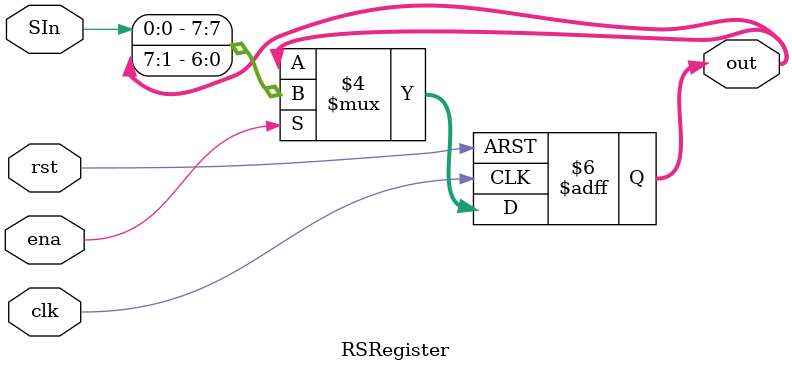
<source format=v>

module RSRegister #(parameter N = 8)(  
// Inputs
    input   wire                clk, rst, ena,                  // Señales de control del registro
    input   wire                SIn,                            // Entrada del bit serial
// Outputs
    output  reg     [N-1'b1:0]  out                             // Salida del registro
);
    
    always @(posedge clk, negedge rst) begin
        if (!rst)                                           // Condición de reset
            out <= {N{1'b0}};                               

        else
            if (ena)                                       // Desplazamiento a la derecha con entrada del dato serial en el MSB
                out <= {SIn, out[N-1'b1:1]};
            
            else                               
                out <= out;                                 // Memoria
    end

endmodule
</source>
